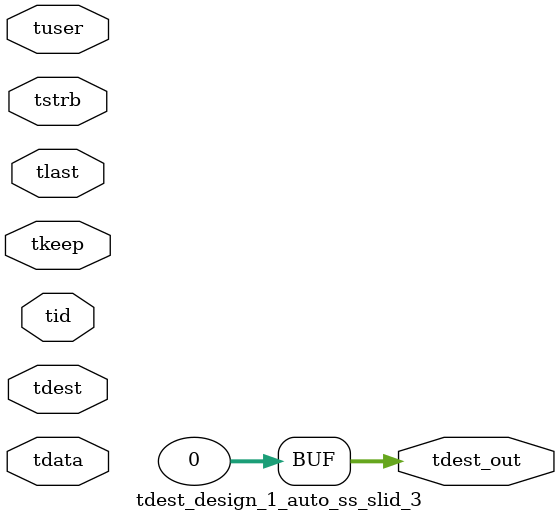
<source format=v>


`timescale 1ps/1ps

module tdest_design_1_auto_ss_slid_3 #
(
parameter C_S_AXIS_TDATA_WIDTH = 32,
parameter C_S_AXIS_TUSER_WIDTH = 0,
parameter C_S_AXIS_TID_WIDTH   = 0,
parameter C_S_AXIS_TDEST_WIDTH = 0,
parameter C_M_AXIS_TDEST_WIDTH = 32
)
(
input  [(C_S_AXIS_TDATA_WIDTH == 0 ? 1 : C_S_AXIS_TDATA_WIDTH)-1:0     ] tdata,
input  [(C_S_AXIS_TUSER_WIDTH == 0 ? 1 : C_S_AXIS_TUSER_WIDTH)-1:0     ] tuser,
input  [(C_S_AXIS_TID_WIDTH   == 0 ? 1 : C_S_AXIS_TID_WIDTH)-1:0       ] tid,
input  [(C_S_AXIS_TDEST_WIDTH == 0 ? 1 : C_S_AXIS_TDEST_WIDTH)-1:0     ] tdest,
input  [(C_S_AXIS_TDATA_WIDTH/8)-1:0 ] tkeep,
input  [(C_S_AXIS_TDATA_WIDTH/8)-1:0 ] tstrb,
input                                                                    tlast,
output [C_M_AXIS_TDEST_WIDTH-1:0] tdest_out
);

assign tdest_out = {1'b0};

endmodule


</source>
